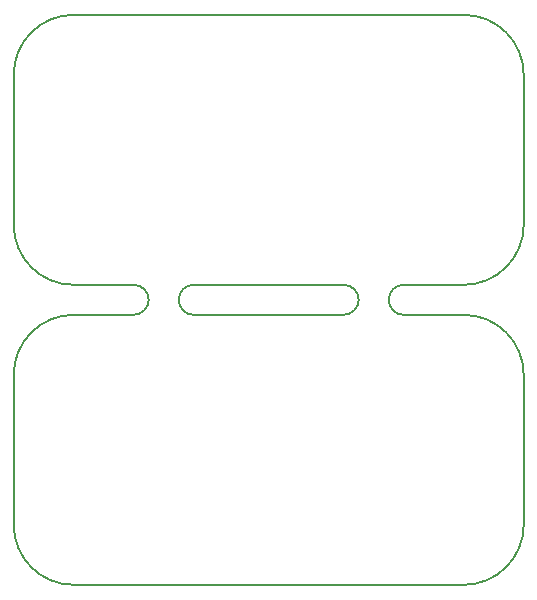
<source format=gm1>
G04 #@! TF.FileFunction,Profile,NP*
%FSLAX46Y46*%
G04 Gerber Fmt 4.6, Leading zero omitted, Abs format (unit mm)*
G04 Created by KiCad (PCBNEW 4.0.6) date 01/19/18 19:39:35*
%MOMM*%
%LPD*%
G01*
G04 APERTURE LIST*
%ADD10C,0.020000*%
%ADD11C,0.150000*%
G04 APERTURE END LIST*
D10*
D11*
X24130000Y-41910000D02*
G75*
G03X25400000Y-40640000I0J1270000D01*
G01*
X25400000Y-40640000D02*
G75*
G03X24130000Y-39370000I-1270000J0D01*
G01*
X27940000Y-40640000D02*
G75*
G03X29210000Y-41910000I1270000J0D01*
G01*
X29210000Y-39370000D02*
G75*
G03X27940000Y-40640000I0J-1270000D01*
G01*
X41910000Y-41910000D02*
G75*
G03X43180000Y-40640000I0J1270000D01*
G01*
X43180000Y-40640000D02*
G75*
G03X41910000Y-39370000I-1270000J0D01*
G01*
X45720000Y-40640000D02*
G75*
G03X46990000Y-41910000I1270000J0D01*
G01*
X46990000Y-39370000D02*
G75*
G03X45720000Y-40640000I0J-1270000D01*
G01*
X52070000Y-39370000D02*
X46990000Y-39370000D01*
X52070000Y-41910000D02*
X46990000Y-41910000D01*
X41910000Y-41910000D02*
X29210000Y-41910000D01*
X29210000Y-39370000D02*
X41910000Y-39370000D01*
X19050000Y-39370000D02*
X24130000Y-39370000D01*
X19050000Y-41910000D02*
X24130000Y-41910000D01*
X57150000Y-46990000D02*
X57150000Y-59690000D01*
X52070000Y-64770000D02*
G75*
G03X57150000Y-59690000I0J5080000D01*
G01*
X57150000Y-46990000D02*
G75*
G03X52070000Y-41910000I-5080000J0D01*
G01*
X19050000Y-64770000D02*
X52070000Y-64770000D01*
X13970000Y-59690000D02*
G75*
G03X19050000Y-64770000I5080000J0D01*
G01*
X13970000Y-59690000D02*
X13970000Y-46990000D01*
X19050000Y-41910000D02*
G75*
G03X13970000Y-46990000I0J-5080000D01*
G01*
X19050000Y-16510000D02*
X52070000Y-16510000D01*
X13970000Y-34290000D02*
X13970000Y-21590000D01*
X57150000Y-21590000D02*
X57150000Y-34290000D01*
X52070000Y-39370000D02*
G75*
G03X57150000Y-34290000I0J5080000D01*
G01*
X57150000Y-21590000D02*
G75*
G03X52070000Y-16510000I-5080000J0D01*
G01*
X13970000Y-34290000D02*
G75*
G03X19050000Y-39370000I5080000J0D01*
G01*
X19050000Y-16510000D02*
G75*
G03X13970000Y-21590000I0J-5080000D01*
G01*
M02*

</source>
